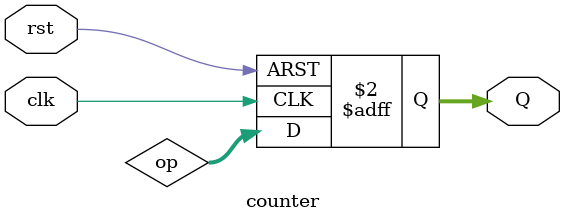
<source format=v>
module counter (clk,Q,rst);

input clk,rst;
output [4:0] Q;

reg [4:0] Q;

wire [4:0] inc_one,inc_two,inc_val,op;
wire gt3,lt31,eq31,s1;

always @(posedge clk or posedge rst)
begin
	if (rst) Q<=0;
	else Q <= op;
end

`ifdef DF
assign inc_one=Q+5'd1;
assign inc_two=Q+5'd2;

assign gt3 = (Q>5'd2);
assign lt31 = (Q<5'd31);
assign eq31 = (Q==5'd31);

and G1 (s1,gt3,lt31);

assign inc_val = s1?inc_two:inc_one;

assign op = eq31?5'd0:inc_val;
`endif

`ifdef STRUCT //517
//5 bit adder
add5 A1 (inc_one,Q,5'd1); //30
// 5 bit adder
add5 A2 (inc_two,Q,5'd2); //30

//5 bit comp
comp8 C1 (gt3,eq3,lt3,{3'd0,Q},8'd2); //208
//5 bit comp
comp8 C2 (gt31,eq31,lt31,{3'd0,Q},8'd31); //208
//5 bit comp

//and gate
and G1 (s1,gt3,lt31); //1

//5bit mux
mux5 M1 (inc_val,s1,inc_two,inc_one); //20
//5 bit mux
mux5 M2 (op,eq31,5'd0,inc_val); //20
`endif

endmodule

</source>
